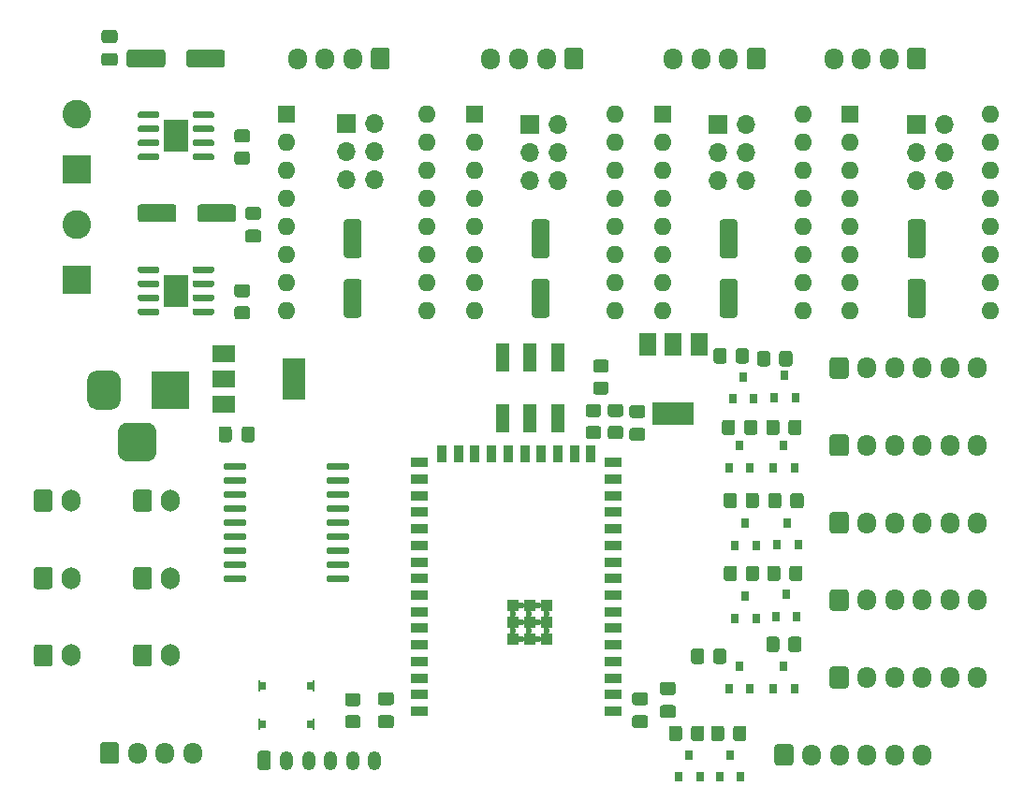
<source format=gts>
G04 #@! TF.GenerationSoftware,KiCad,Pcbnew,(5.1.9)-1*
G04 #@! TF.CreationDate,2021-04-30T00:53:10-05:00*
G04 #@! TF.ProjectId,A4,41342e6b-6963-4616-945f-706362585858,rev?*
G04 #@! TF.SameCoordinates,Original*
G04 #@! TF.FileFunction,Soldermask,Top*
G04 #@! TF.FilePolarity,Negative*
%FSLAX46Y46*%
G04 Gerber Fmt 4.6, Leading zero omitted, Abs format (unit mm)*
G04 Created by KiCad (PCBNEW (5.1.9)-1) date 2021-04-30 00:53:10*
%MOMM*%
%LPD*%
G01*
G04 APERTURE LIST*
%ADD10O,1.700000X1.950000*%
%ADD11R,3.500000X3.500000*%
%ADD12R,1.500000X2.000000*%
%ADD13R,3.800000X2.000000*%
%ADD14R,2.290000X3.000000*%
%ADD15C,0.600000*%
%ADD16R,1.100000X1.100000*%
%ADD17R,1.500000X0.900000*%
%ADD18R,0.900000X1.500000*%
%ADD19R,2.000000X1.500000*%
%ADD20R,2.000000X3.800000*%
%ADD21R,0.500000X0.700000*%
%ADD22R,0.200000X1.100000*%
%ADD23R,1.200000X2.500000*%
%ADD24R,0.800000X0.900000*%
%ADD25O,1.700000X2.000000*%
%ADD26O,1.700000X1.700000*%
%ADD27R,1.700000X1.700000*%
%ADD28O,1.200000X1.750000*%
%ADD29C,2.600000*%
%ADD30R,2.600000X2.600000*%
%ADD31O,1.600000X1.600000*%
%ADD32R,1.600000X1.600000*%
G04 APERTURE END LIST*
G36*
G01*
X186375000Y-100930000D02*
X186375000Y-101230000D01*
G75*
G02*
X186225000Y-101380000I-150000J0D01*
G01*
X184475000Y-101380000D01*
G75*
G02*
X184325000Y-101230000I0J150000D01*
G01*
X184325000Y-100930000D01*
G75*
G02*
X184475000Y-100780000I150000J0D01*
G01*
X186225000Y-100780000D01*
G75*
G02*
X186375000Y-100930000I0J-150000D01*
G01*
G37*
G36*
G01*
X186375000Y-99660000D02*
X186375000Y-99960000D01*
G75*
G02*
X186225000Y-100110000I-150000J0D01*
G01*
X184475000Y-100110000D01*
G75*
G02*
X184325000Y-99960000I0J150000D01*
G01*
X184325000Y-99660000D01*
G75*
G02*
X184475000Y-99510000I150000J0D01*
G01*
X186225000Y-99510000D01*
G75*
G02*
X186375000Y-99660000I0J-150000D01*
G01*
G37*
G36*
G01*
X186375000Y-98390000D02*
X186375000Y-98690000D01*
G75*
G02*
X186225000Y-98840000I-150000J0D01*
G01*
X184475000Y-98840000D01*
G75*
G02*
X184325000Y-98690000I0J150000D01*
G01*
X184325000Y-98390000D01*
G75*
G02*
X184475000Y-98240000I150000J0D01*
G01*
X186225000Y-98240000D01*
G75*
G02*
X186375000Y-98390000I0J-150000D01*
G01*
G37*
G36*
G01*
X186375000Y-97120000D02*
X186375000Y-97420000D01*
G75*
G02*
X186225000Y-97570000I-150000J0D01*
G01*
X184475000Y-97570000D01*
G75*
G02*
X184325000Y-97420000I0J150000D01*
G01*
X184325000Y-97120000D01*
G75*
G02*
X184475000Y-96970000I150000J0D01*
G01*
X186225000Y-96970000D01*
G75*
G02*
X186375000Y-97120000I0J-150000D01*
G01*
G37*
G36*
G01*
X186375000Y-95850000D02*
X186375000Y-96150000D01*
G75*
G02*
X186225000Y-96300000I-150000J0D01*
G01*
X184475000Y-96300000D01*
G75*
G02*
X184325000Y-96150000I0J150000D01*
G01*
X184325000Y-95850000D01*
G75*
G02*
X184475000Y-95700000I150000J0D01*
G01*
X186225000Y-95700000D01*
G75*
G02*
X186375000Y-95850000I0J-150000D01*
G01*
G37*
G36*
G01*
X186375000Y-94580000D02*
X186375000Y-94880000D01*
G75*
G02*
X186225000Y-95030000I-150000J0D01*
G01*
X184475000Y-95030000D01*
G75*
G02*
X184325000Y-94880000I0J150000D01*
G01*
X184325000Y-94580000D01*
G75*
G02*
X184475000Y-94430000I150000J0D01*
G01*
X186225000Y-94430000D01*
G75*
G02*
X186375000Y-94580000I0J-150000D01*
G01*
G37*
G36*
G01*
X186375000Y-93310000D02*
X186375000Y-93610000D01*
G75*
G02*
X186225000Y-93760000I-150000J0D01*
G01*
X184475000Y-93760000D01*
G75*
G02*
X184325000Y-93610000I0J150000D01*
G01*
X184325000Y-93310000D01*
G75*
G02*
X184475000Y-93160000I150000J0D01*
G01*
X186225000Y-93160000D01*
G75*
G02*
X186375000Y-93310000I0J-150000D01*
G01*
G37*
G36*
G01*
X186375000Y-92040000D02*
X186375000Y-92340000D01*
G75*
G02*
X186225000Y-92490000I-150000J0D01*
G01*
X184475000Y-92490000D01*
G75*
G02*
X184325000Y-92340000I0J150000D01*
G01*
X184325000Y-92040000D01*
G75*
G02*
X184475000Y-91890000I150000J0D01*
G01*
X186225000Y-91890000D01*
G75*
G02*
X186375000Y-92040000I0J-150000D01*
G01*
G37*
G36*
G01*
X186375000Y-90770000D02*
X186375000Y-91070000D01*
G75*
G02*
X186225000Y-91220000I-150000J0D01*
G01*
X184475000Y-91220000D01*
G75*
G02*
X184325000Y-91070000I0J150000D01*
G01*
X184325000Y-90770000D01*
G75*
G02*
X184475000Y-90620000I150000J0D01*
G01*
X186225000Y-90620000D01*
G75*
G02*
X186375000Y-90770000I0J-150000D01*
G01*
G37*
G36*
G01*
X195675000Y-90770000D02*
X195675000Y-91070000D01*
G75*
G02*
X195525000Y-91220000I-150000J0D01*
G01*
X193775000Y-91220000D01*
G75*
G02*
X193625000Y-91070000I0J150000D01*
G01*
X193625000Y-90770000D01*
G75*
G02*
X193775000Y-90620000I150000J0D01*
G01*
X195525000Y-90620000D01*
G75*
G02*
X195675000Y-90770000I0J-150000D01*
G01*
G37*
G36*
G01*
X195675000Y-92040000D02*
X195675000Y-92340000D01*
G75*
G02*
X195525000Y-92490000I-150000J0D01*
G01*
X193775000Y-92490000D01*
G75*
G02*
X193625000Y-92340000I0J150000D01*
G01*
X193625000Y-92040000D01*
G75*
G02*
X193775000Y-91890000I150000J0D01*
G01*
X195525000Y-91890000D01*
G75*
G02*
X195675000Y-92040000I0J-150000D01*
G01*
G37*
G36*
G01*
X195675000Y-93310000D02*
X195675000Y-93610000D01*
G75*
G02*
X195525000Y-93760000I-150000J0D01*
G01*
X193775000Y-93760000D01*
G75*
G02*
X193625000Y-93610000I0J150000D01*
G01*
X193625000Y-93310000D01*
G75*
G02*
X193775000Y-93160000I150000J0D01*
G01*
X195525000Y-93160000D01*
G75*
G02*
X195675000Y-93310000I0J-150000D01*
G01*
G37*
G36*
G01*
X195675000Y-94580000D02*
X195675000Y-94880000D01*
G75*
G02*
X195525000Y-95030000I-150000J0D01*
G01*
X193775000Y-95030000D01*
G75*
G02*
X193625000Y-94880000I0J150000D01*
G01*
X193625000Y-94580000D01*
G75*
G02*
X193775000Y-94430000I150000J0D01*
G01*
X195525000Y-94430000D01*
G75*
G02*
X195675000Y-94580000I0J-150000D01*
G01*
G37*
G36*
G01*
X195675000Y-95850000D02*
X195675000Y-96150000D01*
G75*
G02*
X195525000Y-96300000I-150000J0D01*
G01*
X193775000Y-96300000D01*
G75*
G02*
X193625000Y-96150000I0J150000D01*
G01*
X193625000Y-95850000D01*
G75*
G02*
X193775000Y-95700000I150000J0D01*
G01*
X195525000Y-95700000D01*
G75*
G02*
X195675000Y-95850000I0J-150000D01*
G01*
G37*
G36*
G01*
X195675000Y-97120000D02*
X195675000Y-97420000D01*
G75*
G02*
X195525000Y-97570000I-150000J0D01*
G01*
X193775000Y-97570000D01*
G75*
G02*
X193625000Y-97420000I0J150000D01*
G01*
X193625000Y-97120000D01*
G75*
G02*
X193775000Y-96970000I150000J0D01*
G01*
X195525000Y-96970000D01*
G75*
G02*
X195675000Y-97120000I0J-150000D01*
G01*
G37*
G36*
G01*
X195675000Y-98390000D02*
X195675000Y-98690000D01*
G75*
G02*
X195525000Y-98840000I-150000J0D01*
G01*
X193775000Y-98840000D01*
G75*
G02*
X193625000Y-98690000I0J150000D01*
G01*
X193625000Y-98390000D01*
G75*
G02*
X193775000Y-98240000I150000J0D01*
G01*
X195525000Y-98240000D01*
G75*
G02*
X195675000Y-98390000I0J-150000D01*
G01*
G37*
G36*
G01*
X195675000Y-99660000D02*
X195675000Y-99960000D01*
G75*
G02*
X195525000Y-100110000I-150000J0D01*
G01*
X193775000Y-100110000D01*
G75*
G02*
X193625000Y-99960000I0J150000D01*
G01*
X193625000Y-99660000D01*
G75*
G02*
X193775000Y-99510000I150000J0D01*
G01*
X195525000Y-99510000D01*
G75*
G02*
X195675000Y-99660000I0J-150000D01*
G01*
G37*
G36*
G01*
X195675000Y-100930000D02*
X195675000Y-101230000D01*
G75*
G02*
X195525000Y-101380000I-150000J0D01*
G01*
X193775000Y-101380000D01*
G75*
G02*
X193625000Y-101230000I0J150000D01*
G01*
X193625000Y-100930000D01*
G75*
G02*
X193775000Y-100780000I150000J0D01*
G01*
X195525000Y-100780000D01*
G75*
G02*
X195675000Y-100930000I0J-150000D01*
G01*
G37*
D10*
X181500000Y-116840000D03*
X179000000Y-116840000D03*
X176500000Y-116840000D03*
G36*
G01*
X173150000Y-117565000D02*
X173150000Y-116115000D01*
G75*
G02*
X173400000Y-115865000I250000J0D01*
G01*
X174600000Y-115865000D01*
G75*
G02*
X174850000Y-116115000I0J-250000D01*
G01*
X174850000Y-117565000D01*
G75*
G02*
X174600000Y-117815000I-250000J0D01*
G01*
X173400000Y-117815000D01*
G75*
G02*
X173150000Y-117565000I0J250000D01*
G01*
G37*
G36*
G01*
X221267000Y-87423500D02*
X222217000Y-87423500D01*
G75*
G02*
X222467000Y-87673500I0J-250000D01*
G01*
X222467000Y-88348500D01*
G75*
G02*
X222217000Y-88598500I-250000J0D01*
G01*
X221267000Y-88598500D01*
G75*
G02*
X221017000Y-88348500I0J250000D01*
G01*
X221017000Y-87673500D01*
G75*
G02*
X221267000Y-87423500I250000J0D01*
G01*
G37*
G36*
G01*
X221267000Y-85348500D02*
X222217000Y-85348500D01*
G75*
G02*
X222467000Y-85598500I0J-250000D01*
G01*
X222467000Y-86273500D01*
G75*
G02*
X222217000Y-86523500I-250000J0D01*
G01*
X221267000Y-86523500D01*
G75*
G02*
X221017000Y-86273500I0J250000D01*
G01*
X221017000Y-85598500D01*
G75*
G02*
X221267000Y-85348500I250000J0D01*
G01*
G37*
G36*
G01*
X174750000Y-89575000D02*
X174750000Y-87825000D01*
G75*
G02*
X175625000Y-86950000I875000J0D01*
G01*
X177375000Y-86950000D01*
G75*
G02*
X178250000Y-87825000I0J-875000D01*
G01*
X178250000Y-89575000D01*
G75*
G02*
X177375000Y-90450000I-875000J0D01*
G01*
X175625000Y-90450000D01*
G75*
G02*
X174750000Y-89575000I0J875000D01*
G01*
G37*
G36*
G01*
X172000000Y-85000000D02*
X172000000Y-83000000D01*
G75*
G02*
X172750000Y-82250000I750000J0D01*
G01*
X174250000Y-82250000D01*
G75*
G02*
X175000000Y-83000000I0J-750000D01*
G01*
X175000000Y-85000000D01*
G75*
G02*
X174250000Y-85750000I-750000J0D01*
G01*
X172750000Y-85750000D01*
G75*
G02*
X172000000Y-85000000I0J750000D01*
G01*
G37*
D11*
X179500000Y-84000000D03*
D12*
X227300000Y-79850000D03*
X222700000Y-79850000D03*
X225000000Y-79850000D03*
D13*
X225000000Y-86150000D03*
D14*
X180000000Y-75000000D03*
G36*
G01*
X178500000Y-76755000D02*
X178500000Y-77055000D01*
G75*
G02*
X178350000Y-77205000I-150000J0D01*
G01*
X176700000Y-77205000D01*
G75*
G02*
X176550000Y-77055000I0J150000D01*
G01*
X176550000Y-76755000D01*
G75*
G02*
X176700000Y-76605000I150000J0D01*
G01*
X178350000Y-76605000D01*
G75*
G02*
X178500000Y-76755000I0J-150000D01*
G01*
G37*
G36*
G01*
X178500000Y-75485000D02*
X178500000Y-75785000D01*
G75*
G02*
X178350000Y-75935000I-150000J0D01*
G01*
X176700000Y-75935000D01*
G75*
G02*
X176550000Y-75785000I0J150000D01*
G01*
X176550000Y-75485000D01*
G75*
G02*
X176700000Y-75335000I150000J0D01*
G01*
X178350000Y-75335000D01*
G75*
G02*
X178500000Y-75485000I0J-150000D01*
G01*
G37*
G36*
G01*
X178500000Y-74215000D02*
X178500000Y-74515000D01*
G75*
G02*
X178350000Y-74665000I-150000J0D01*
G01*
X176700000Y-74665000D01*
G75*
G02*
X176550000Y-74515000I0J150000D01*
G01*
X176550000Y-74215000D01*
G75*
G02*
X176700000Y-74065000I150000J0D01*
G01*
X178350000Y-74065000D01*
G75*
G02*
X178500000Y-74215000I0J-150000D01*
G01*
G37*
G36*
G01*
X178500000Y-72945000D02*
X178500000Y-73245000D01*
G75*
G02*
X178350000Y-73395000I-150000J0D01*
G01*
X176700000Y-73395000D01*
G75*
G02*
X176550000Y-73245000I0J150000D01*
G01*
X176550000Y-72945000D01*
G75*
G02*
X176700000Y-72795000I150000J0D01*
G01*
X178350000Y-72795000D01*
G75*
G02*
X178500000Y-72945000I0J-150000D01*
G01*
G37*
G36*
G01*
X183450000Y-72945000D02*
X183450000Y-73245000D01*
G75*
G02*
X183300000Y-73395000I-150000J0D01*
G01*
X181650000Y-73395000D01*
G75*
G02*
X181500000Y-73245000I0J150000D01*
G01*
X181500000Y-72945000D01*
G75*
G02*
X181650000Y-72795000I150000J0D01*
G01*
X183300000Y-72795000D01*
G75*
G02*
X183450000Y-72945000I0J-150000D01*
G01*
G37*
G36*
G01*
X183450000Y-74215000D02*
X183450000Y-74515000D01*
G75*
G02*
X183300000Y-74665000I-150000J0D01*
G01*
X181650000Y-74665000D01*
G75*
G02*
X181500000Y-74515000I0J150000D01*
G01*
X181500000Y-74215000D01*
G75*
G02*
X181650000Y-74065000I150000J0D01*
G01*
X183300000Y-74065000D01*
G75*
G02*
X183450000Y-74215000I0J-150000D01*
G01*
G37*
G36*
G01*
X183450000Y-75485000D02*
X183450000Y-75785000D01*
G75*
G02*
X183300000Y-75935000I-150000J0D01*
G01*
X181650000Y-75935000D01*
G75*
G02*
X181500000Y-75785000I0J150000D01*
G01*
X181500000Y-75485000D01*
G75*
G02*
X181650000Y-75335000I150000J0D01*
G01*
X183300000Y-75335000D01*
G75*
G02*
X183450000Y-75485000I0J-150000D01*
G01*
G37*
G36*
G01*
X183450000Y-76755000D02*
X183450000Y-77055000D01*
G75*
G02*
X183300000Y-77205000I-150000J0D01*
G01*
X181650000Y-77205000D01*
G75*
G02*
X181500000Y-77055000I0J150000D01*
G01*
X181500000Y-76755000D01*
G75*
G02*
X181650000Y-76605000I150000J0D01*
G01*
X183300000Y-76605000D01*
G75*
G02*
X183450000Y-76755000I0J-150000D01*
G01*
G37*
D15*
X211260000Y-103500000D03*
X210510000Y-104250000D03*
X210510000Y-105750000D03*
X213510000Y-105750000D03*
X213510000Y-104250000D03*
X212760000Y-103500000D03*
X211960000Y-104250000D03*
X212760000Y-105000000D03*
X211960000Y-105750000D03*
X211260000Y-105000000D03*
X211260000Y-106500000D03*
X212760000Y-106500000D03*
D16*
X210500000Y-103500000D03*
X212000000Y-103500000D03*
X213500000Y-103500000D03*
X213500000Y-105000000D03*
X213500000Y-106500000D03*
X212000000Y-106500000D03*
X210500000Y-106500000D03*
X210500000Y-105000000D03*
X212000000Y-105000000D03*
D17*
X202060000Y-113050000D03*
X202060000Y-111550000D03*
X202060000Y-110050000D03*
X202060000Y-108550000D03*
X202060000Y-107050000D03*
X202060000Y-105550000D03*
X202060000Y-104050000D03*
X202060000Y-102550000D03*
X202060000Y-101050000D03*
X202060000Y-99550000D03*
X202060000Y-98050000D03*
X202060000Y-96550000D03*
X202060000Y-95050000D03*
X202060000Y-93550000D03*
X202060000Y-92050000D03*
X202060000Y-90550000D03*
D18*
X204060000Y-89800000D03*
X205560000Y-89800000D03*
X207060000Y-89800000D03*
X208560000Y-89800000D03*
X210060000Y-89800000D03*
X211560000Y-89800000D03*
X213060000Y-89800000D03*
X214560000Y-89800000D03*
X216060000Y-89800000D03*
X217560000Y-89800000D03*
D17*
X219560000Y-113050000D03*
X219560000Y-111550000D03*
X219560000Y-110050000D03*
X219560000Y-108550000D03*
X219560000Y-107050000D03*
X219560000Y-105550000D03*
X219560000Y-104050000D03*
X219560000Y-102550000D03*
X219560000Y-101050000D03*
X219560000Y-99550000D03*
X219560000Y-98050000D03*
X219560000Y-96550000D03*
X219560000Y-95050000D03*
X219560000Y-93550000D03*
X219560000Y-92050000D03*
X219560000Y-90550000D03*
D14*
X180000000Y-61000000D03*
G36*
G01*
X178500000Y-62755000D02*
X178500000Y-63055000D01*
G75*
G02*
X178350000Y-63205000I-150000J0D01*
G01*
X176700000Y-63205000D01*
G75*
G02*
X176550000Y-63055000I0J150000D01*
G01*
X176550000Y-62755000D01*
G75*
G02*
X176700000Y-62605000I150000J0D01*
G01*
X178350000Y-62605000D01*
G75*
G02*
X178500000Y-62755000I0J-150000D01*
G01*
G37*
G36*
G01*
X178500000Y-61485000D02*
X178500000Y-61785000D01*
G75*
G02*
X178350000Y-61935000I-150000J0D01*
G01*
X176700000Y-61935000D01*
G75*
G02*
X176550000Y-61785000I0J150000D01*
G01*
X176550000Y-61485000D01*
G75*
G02*
X176700000Y-61335000I150000J0D01*
G01*
X178350000Y-61335000D01*
G75*
G02*
X178500000Y-61485000I0J-150000D01*
G01*
G37*
G36*
G01*
X178500000Y-60215000D02*
X178500000Y-60515000D01*
G75*
G02*
X178350000Y-60665000I-150000J0D01*
G01*
X176700000Y-60665000D01*
G75*
G02*
X176550000Y-60515000I0J150000D01*
G01*
X176550000Y-60215000D01*
G75*
G02*
X176700000Y-60065000I150000J0D01*
G01*
X178350000Y-60065000D01*
G75*
G02*
X178500000Y-60215000I0J-150000D01*
G01*
G37*
G36*
G01*
X178500000Y-58945000D02*
X178500000Y-59245000D01*
G75*
G02*
X178350000Y-59395000I-150000J0D01*
G01*
X176700000Y-59395000D01*
G75*
G02*
X176550000Y-59245000I0J150000D01*
G01*
X176550000Y-58945000D01*
G75*
G02*
X176700000Y-58795000I150000J0D01*
G01*
X178350000Y-58795000D01*
G75*
G02*
X178500000Y-58945000I0J-150000D01*
G01*
G37*
G36*
G01*
X183450000Y-58945000D02*
X183450000Y-59245000D01*
G75*
G02*
X183300000Y-59395000I-150000J0D01*
G01*
X181650000Y-59395000D01*
G75*
G02*
X181500000Y-59245000I0J150000D01*
G01*
X181500000Y-58945000D01*
G75*
G02*
X181650000Y-58795000I150000J0D01*
G01*
X183300000Y-58795000D01*
G75*
G02*
X183450000Y-58945000I0J-150000D01*
G01*
G37*
G36*
G01*
X183450000Y-60215000D02*
X183450000Y-60515000D01*
G75*
G02*
X183300000Y-60665000I-150000J0D01*
G01*
X181650000Y-60665000D01*
G75*
G02*
X181500000Y-60515000I0J150000D01*
G01*
X181500000Y-60215000D01*
G75*
G02*
X181650000Y-60065000I150000J0D01*
G01*
X183300000Y-60065000D01*
G75*
G02*
X183450000Y-60215000I0J-150000D01*
G01*
G37*
G36*
G01*
X183450000Y-61485000D02*
X183450000Y-61785000D01*
G75*
G02*
X183300000Y-61935000I-150000J0D01*
G01*
X181650000Y-61935000D01*
G75*
G02*
X181500000Y-61785000I0J150000D01*
G01*
X181500000Y-61485000D01*
G75*
G02*
X181650000Y-61335000I150000J0D01*
G01*
X183300000Y-61335000D01*
G75*
G02*
X183450000Y-61485000I0J-150000D01*
G01*
G37*
G36*
G01*
X183450000Y-62755000D02*
X183450000Y-63055000D01*
G75*
G02*
X183300000Y-63205000I-150000J0D01*
G01*
X181650000Y-63205000D01*
G75*
G02*
X181500000Y-63055000I0J150000D01*
G01*
X181500000Y-62755000D01*
G75*
G02*
X181650000Y-62605000I150000J0D01*
G01*
X183300000Y-62605000D01*
G75*
G02*
X183450000Y-62755000I0J-150000D01*
G01*
G37*
D19*
X184350000Y-80700000D03*
X184350000Y-85300000D03*
X184350000Y-83000000D03*
D20*
X190650000Y-83000000D03*
D21*
X187875000Y-110750000D03*
X192125000Y-110750000D03*
X187875000Y-114250000D03*
X192125000Y-114250000D03*
D22*
X187525000Y-114250000D03*
X192475000Y-110750000D03*
X187525000Y-110750000D03*
X192475000Y-114250000D03*
D23*
X214550000Y-81026000D03*
X212050000Y-81026000D03*
X209550000Y-81026000D03*
X209550000Y-86526000D03*
X212050000Y-86526000D03*
X214550000Y-86526000D03*
G36*
G01*
X226603000Y-115512001D02*
X226603000Y-114611999D01*
G75*
G02*
X226852999Y-114362000I249999J0D01*
G01*
X227553001Y-114362000D01*
G75*
G02*
X227803000Y-114611999I0J-249999D01*
G01*
X227803000Y-115512001D01*
G75*
G02*
X227553001Y-115762000I-249999J0D01*
G01*
X226852999Y-115762000D01*
G75*
G02*
X226603000Y-115512001I0J249999D01*
G01*
G37*
G36*
G01*
X224603000Y-115512001D02*
X224603000Y-114611999D01*
G75*
G02*
X224852999Y-114362000I249999J0D01*
G01*
X225553001Y-114362000D01*
G75*
G02*
X225803000Y-114611999I0J-249999D01*
G01*
X225803000Y-115512001D01*
G75*
G02*
X225553001Y-115762000I-249999J0D01*
G01*
X224852999Y-115762000D01*
G75*
G02*
X224603000Y-115512001I0J249999D01*
G01*
G37*
G36*
G01*
X231556000Y-101034001D02*
X231556000Y-100133999D01*
G75*
G02*
X231805999Y-99884000I249999J0D01*
G01*
X232506001Y-99884000D01*
G75*
G02*
X232756000Y-100133999I0J-249999D01*
G01*
X232756000Y-101034001D01*
G75*
G02*
X232506001Y-101284000I-249999J0D01*
G01*
X231805999Y-101284000D01*
G75*
G02*
X231556000Y-101034001I0J249999D01*
G01*
G37*
G36*
G01*
X229556000Y-101034001D02*
X229556000Y-100133999D01*
G75*
G02*
X229805999Y-99884000I249999J0D01*
G01*
X230506001Y-99884000D01*
G75*
G02*
X230756000Y-100133999I0J-249999D01*
G01*
X230756000Y-101034001D01*
G75*
G02*
X230506001Y-101284000I-249999J0D01*
G01*
X229805999Y-101284000D01*
G75*
G02*
X229556000Y-101034001I0J249999D01*
G01*
G37*
G36*
G01*
X230413000Y-115512001D02*
X230413000Y-114611999D01*
G75*
G02*
X230662999Y-114362000I249999J0D01*
G01*
X231363001Y-114362000D01*
G75*
G02*
X231613000Y-114611999I0J-249999D01*
G01*
X231613000Y-115512001D01*
G75*
G02*
X231363001Y-115762000I-249999J0D01*
G01*
X230662999Y-115762000D01*
G75*
G02*
X230413000Y-115512001I0J249999D01*
G01*
G37*
G36*
G01*
X228413000Y-115512001D02*
X228413000Y-114611999D01*
G75*
G02*
X228662999Y-114362000I249999J0D01*
G01*
X229363001Y-114362000D01*
G75*
G02*
X229613000Y-114611999I0J-249999D01*
G01*
X229613000Y-115512001D01*
G75*
G02*
X229363001Y-115762000I-249999J0D01*
G01*
X228662999Y-115762000D01*
G75*
G02*
X228413000Y-115512001I0J249999D01*
G01*
G37*
G36*
G01*
X235493000Y-101034001D02*
X235493000Y-100133999D01*
G75*
G02*
X235742999Y-99884000I249999J0D01*
G01*
X236443001Y-99884000D01*
G75*
G02*
X236693000Y-100133999I0J-249999D01*
G01*
X236693000Y-101034001D01*
G75*
G02*
X236443001Y-101284000I-249999J0D01*
G01*
X235742999Y-101284000D01*
G75*
G02*
X235493000Y-101034001I0J249999D01*
G01*
G37*
G36*
G01*
X233493000Y-101034001D02*
X233493000Y-100133999D01*
G75*
G02*
X233742999Y-99884000I249999J0D01*
G01*
X234443001Y-99884000D01*
G75*
G02*
X234693000Y-100133999I0J-249999D01*
G01*
X234693000Y-101034001D01*
G75*
G02*
X234443001Y-101284000I-249999J0D01*
G01*
X233742999Y-101284000D01*
G75*
G02*
X233493000Y-101034001I0J249999D01*
G01*
G37*
G36*
G01*
X231540000Y-94430001D02*
X231540000Y-93529999D01*
G75*
G02*
X231789999Y-93280000I249999J0D01*
G01*
X232490001Y-93280000D01*
G75*
G02*
X232740000Y-93529999I0J-249999D01*
G01*
X232740000Y-94430001D01*
G75*
G02*
X232490001Y-94680000I-249999J0D01*
G01*
X231789999Y-94680000D01*
G75*
G02*
X231540000Y-94430001I0J249999D01*
G01*
G37*
G36*
G01*
X229540000Y-94430001D02*
X229540000Y-93529999D01*
G75*
G02*
X229789999Y-93280000I249999J0D01*
G01*
X230490001Y-93280000D01*
G75*
G02*
X230740000Y-93529999I0J-249999D01*
G01*
X230740000Y-94430001D01*
G75*
G02*
X230490001Y-94680000I-249999J0D01*
G01*
X229789999Y-94680000D01*
G75*
G02*
X229540000Y-94430001I0J249999D01*
G01*
G37*
G36*
G01*
X228603000Y-108527001D02*
X228603000Y-107626999D01*
G75*
G02*
X228852999Y-107377000I249999J0D01*
G01*
X229553001Y-107377000D01*
G75*
G02*
X229803000Y-107626999I0J-249999D01*
G01*
X229803000Y-108527001D01*
G75*
G02*
X229553001Y-108777000I-249999J0D01*
G01*
X228852999Y-108777000D01*
G75*
G02*
X228603000Y-108527001I0J249999D01*
G01*
G37*
G36*
G01*
X226603000Y-108527001D02*
X226603000Y-107626999D01*
G75*
G02*
X226852999Y-107377000I249999J0D01*
G01*
X227553001Y-107377000D01*
G75*
G02*
X227803000Y-107626999I0J-249999D01*
G01*
X227803000Y-108527001D01*
G75*
G02*
X227553001Y-108777000I-249999J0D01*
G01*
X226852999Y-108777000D01*
G75*
G02*
X226603000Y-108527001I0J249999D01*
G01*
G37*
G36*
G01*
X235588000Y-94450001D02*
X235588000Y-93549999D01*
G75*
G02*
X235837999Y-93300000I249999J0D01*
G01*
X236538001Y-93300000D01*
G75*
G02*
X236788000Y-93549999I0J-249999D01*
G01*
X236788000Y-94450001D01*
G75*
G02*
X236538001Y-94700000I-249999J0D01*
G01*
X235837999Y-94700000D01*
G75*
G02*
X235588000Y-94450001I0J249999D01*
G01*
G37*
G36*
G01*
X233588000Y-94450001D02*
X233588000Y-93549999D01*
G75*
G02*
X233837999Y-93300000I249999J0D01*
G01*
X234538001Y-93300000D01*
G75*
G02*
X234788000Y-93549999I0J-249999D01*
G01*
X234788000Y-94450001D01*
G75*
G02*
X234538001Y-94700000I-249999J0D01*
G01*
X233837999Y-94700000D01*
G75*
G02*
X233588000Y-94450001I0J249999D01*
G01*
G37*
G36*
G01*
X235400000Y-107450001D02*
X235400000Y-106549999D01*
G75*
G02*
X235649999Y-106300000I249999J0D01*
G01*
X236350001Y-106300000D01*
G75*
G02*
X236600000Y-106549999I0J-249999D01*
G01*
X236600000Y-107450001D01*
G75*
G02*
X236350001Y-107700000I-249999J0D01*
G01*
X235649999Y-107700000D01*
G75*
G02*
X235400000Y-107450001I0J249999D01*
G01*
G37*
G36*
G01*
X233400000Y-107450001D02*
X233400000Y-106549999D01*
G75*
G02*
X233649999Y-106300000I249999J0D01*
G01*
X234350001Y-106300000D01*
G75*
G02*
X234600000Y-106549999I0J-249999D01*
G01*
X234600000Y-107450001D01*
G75*
G02*
X234350001Y-107700000I-249999J0D01*
G01*
X233649999Y-107700000D01*
G75*
G02*
X233400000Y-107450001I0J249999D01*
G01*
G37*
G36*
G01*
X235400000Y-87826001D02*
X235400000Y-86925999D01*
G75*
G02*
X235649999Y-86676000I249999J0D01*
G01*
X236350001Y-86676000D01*
G75*
G02*
X236600000Y-86925999I0J-249999D01*
G01*
X236600000Y-87826001D01*
G75*
G02*
X236350001Y-88076000I-249999J0D01*
G01*
X235649999Y-88076000D01*
G75*
G02*
X235400000Y-87826001I0J249999D01*
G01*
G37*
G36*
G01*
X233400000Y-87826001D02*
X233400000Y-86925999D01*
G75*
G02*
X233649999Y-86676000I249999J0D01*
G01*
X234350001Y-86676000D01*
G75*
G02*
X234600000Y-86925999I0J-249999D01*
G01*
X234600000Y-87826001D01*
G75*
G02*
X234350001Y-88076000I-249999J0D01*
G01*
X233649999Y-88076000D01*
G75*
G02*
X233400000Y-87826001I0J249999D01*
G01*
G37*
G36*
G01*
X230635000Y-81349001D02*
X230635000Y-80448999D01*
G75*
G02*
X230884999Y-80199000I249999J0D01*
G01*
X231585001Y-80199000D01*
G75*
G02*
X231835000Y-80448999I0J-249999D01*
G01*
X231835000Y-81349001D01*
G75*
G02*
X231585001Y-81599000I-249999J0D01*
G01*
X230884999Y-81599000D01*
G75*
G02*
X230635000Y-81349001I0J249999D01*
G01*
G37*
G36*
G01*
X228635000Y-81349001D02*
X228635000Y-80448999D01*
G75*
G02*
X228884999Y-80199000I249999J0D01*
G01*
X229585001Y-80199000D01*
G75*
G02*
X229835000Y-80448999I0J-249999D01*
G01*
X229835000Y-81349001D01*
G75*
G02*
X229585001Y-81599000I-249999J0D01*
G01*
X228884999Y-81599000D01*
G75*
G02*
X228635000Y-81349001I0J249999D01*
G01*
G37*
G36*
G01*
X234572000Y-81603001D02*
X234572000Y-80702999D01*
G75*
G02*
X234821999Y-80453000I249999J0D01*
G01*
X235522001Y-80453000D01*
G75*
G02*
X235772000Y-80702999I0J-249999D01*
G01*
X235772000Y-81603001D01*
G75*
G02*
X235522001Y-81853000I-249999J0D01*
G01*
X234821999Y-81853000D01*
G75*
G02*
X234572000Y-81603001I0J249999D01*
G01*
G37*
G36*
G01*
X232572000Y-81603001D02*
X232572000Y-80702999D01*
G75*
G02*
X232821999Y-80453000I249999J0D01*
G01*
X233522001Y-80453000D01*
G75*
G02*
X233772000Y-80702999I0J-249999D01*
G01*
X233772000Y-81603001D01*
G75*
G02*
X233522001Y-81853000I-249999J0D01*
G01*
X232821999Y-81853000D01*
G75*
G02*
X232572000Y-81603001I0J249999D01*
G01*
G37*
G36*
G01*
X217989999Y-83220000D02*
X218890001Y-83220000D01*
G75*
G02*
X219140000Y-83469999I0J-249999D01*
G01*
X219140000Y-84170001D01*
G75*
G02*
X218890001Y-84420000I-249999J0D01*
G01*
X217989999Y-84420000D01*
G75*
G02*
X217740000Y-84170001I0J249999D01*
G01*
X217740000Y-83469999D01*
G75*
G02*
X217989999Y-83220000I249999J0D01*
G01*
G37*
G36*
G01*
X217989999Y-81220000D02*
X218890001Y-81220000D01*
G75*
G02*
X219140000Y-81469999I0J-249999D01*
G01*
X219140000Y-82170001D01*
G75*
G02*
X218890001Y-82420000I-249999J0D01*
G01*
X217989999Y-82420000D01*
G75*
G02*
X217740000Y-82170001I0J249999D01*
G01*
X217740000Y-81469999D01*
G75*
G02*
X217989999Y-81220000I249999J0D01*
G01*
G37*
G36*
G01*
X195549999Y-113400000D02*
X196450001Y-113400000D01*
G75*
G02*
X196700000Y-113649999I0J-249999D01*
G01*
X196700000Y-114350001D01*
G75*
G02*
X196450001Y-114600000I-249999J0D01*
G01*
X195549999Y-114600000D01*
G75*
G02*
X195300000Y-114350001I0J249999D01*
G01*
X195300000Y-113649999D01*
G75*
G02*
X195549999Y-113400000I249999J0D01*
G01*
G37*
G36*
G01*
X195549999Y-111400000D02*
X196450001Y-111400000D01*
G75*
G02*
X196700000Y-111649999I0J-249999D01*
G01*
X196700000Y-112350001D01*
G75*
G02*
X196450001Y-112600000I-249999J0D01*
G01*
X195549999Y-112600000D01*
G75*
G02*
X195300000Y-112350001I0J249999D01*
G01*
X195300000Y-111649999D01*
G75*
G02*
X195549999Y-111400000I249999J0D01*
G01*
G37*
G36*
G01*
X185549999Y-76400000D02*
X186450001Y-76400000D01*
G75*
G02*
X186700000Y-76649999I0J-249999D01*
G01*
X186700000Y-77350001D01*
G75*
G02*
X186450001Y-77600000I-249999J0D01*
G01*
X185549999Y-77600000D01*
G75*
G02*
X185300000Y-77350001I0J249999D01*
G01*
X185300000Y-76649999D01*
G75*
G02*
X185549999Y-76400000I249999J0D01*
G01*
G37*
G36*
G01*
X185549999Y-74400000D02*
X186450001Y-74400000D01*
G75*
G02*
X186700000Y-74649999I0J-249999D01*
G01*
X186700000Y-75350001D01*
G75*
G02*
X186450001Y-75600000I-249999J0D01*
G01*
X185549999Y-75600000D01*
G75*
G02*
X185300000Y-75350001I0J249999D01*
G01*
X185300000Y-74649999D01*
G75*
G02*
X185549999Y-74400000I249999J0D01*
G01*
G37*
G36*
G01*
X185549999Y-62400000D02*
X186450001Y-62400000D01*
G75*
G02*
X186700000Y-62649999I0J-249999D01*
G01*
X186700000Y-63350001D01*
G75*
G02*
X186450001Y-63600000I-249999J0D01*
G01*
X185549999Y-63600000D01*
G75*
G02*
X185300000Y-63350001I0J249999D01*
G01*
X185300000Y-62649999D01*
G75*
G02*
X185549999Y-62400000I249999J0D01*
G01*
G37*
G36*
G01*
X185549999Y-60400000D02*
X186450001Y-60400000D01*
G75*
G02*
X186700000Y-60649999I0J-249999D01*
G01*
X186700000Y-61350001D01*
G75*
G02*
X186450001Y-61600000I-249999J0D01*
G01*
X185549999Y-61600000D01*
G75*
G02*
X185300000Y-61350001I0J249999D01*
G01*
X185300000Y-60649999D01*
G75*
G02*
X185549999Y-60400000I249999J0D01*
G01*
G37*
G36*
G01*
X218219001Y-86440000D02*
X217318999Y-86440000D01*
G75*
G02*
X217069000Y-86190001I0J249999D01*
G01*
X217069000Y-85489999D01*
G75*
G02*
X217318999Y-85240000I249999J0D01*
G01*
X218219001Y-85240000D01*
G75*
G02*
X218469000Y-85489999I0J-249999D01*
G01*
X218469000Y-86190001D01*
G75*
G02*
X218219001Y-86440000I-249999J0D01*
G01*
G37*
G36*
G01*
X218219001Y-88440000D02*
X217318999Y-88440000D01*
G75*
G02*
X217069000Y-88190001I0J249999D01*
G01*
X217069000Y-87489999D01*
G75*
G02*
X217318999Y-87240000I249999J0D01*
G01*
X218219001Y-87240000D01*
G75*
G02*
X218469000Y-87489999I0J-249999D01*
G01*
X218469000Y-88190001D01*
G75*
G02*
X218219001Y-88440000I-249999J0D01*
G01*
G37*
G36*
G01*
X219318999Y-87240000D02*
X220219001Y-87240000D01*
G75*
G02*
X220469000Y-87489999I0J-249999D01*
G01*
X220469000Y-88190001D01*
G75*
G02*
X220219001Y-88440000I-249999J0D01*
G01*
X219318999Y-88440000D01*
G75*
G02*
X219069000Y-88190001I0J249999D01*
G01*
X219069000Y-87489999D01*
G75*
G02*
X219318999Y-87240000I249999J0D01*
G01*
G37*
G36*
G01*
X219318999Y-85240000D02*
X220219001Y-85240000D01*
G75*
G02*
X220469000Y-85489999I0J-249999D01*
G01*
X220469000Y-86190001D01*
G75*
G02*
X220219001Y-86440000I-249999J0D01*
G01*
X219318999Y-86440000D01*
G75*
G02*
X219069000Y-86190001I0J249999D01*
G01*
X219069000Y-85489999D01*
G75*
G02*
X219318999Y-85240000I249999J0D01*
G01*
G37*
G36*
G01*
X231400000Y-87826001D02*
X231400000Y-86925999D01*
G75*
G02*
X231649999Y-86676000I249999J0D01*
G01*
X232350001Y-86676000D01*
G75*
G02*
X232600000Y-86925999I0J-249999D01*
G01*
X232600000Y-87826001D01*
G75*
G02*
X232350001Y-88076000I-249999J0D01*
G01*
X231649999Y-88076000D01*
G75*
G02*
X231400000Y-87826001I0J249999D01*
G01*
G37*
G36*
G01*
X229400000Y-87826001D02*
X229400000Y-86925999D01*
G75*
G02*
X229649999Y-86676000I249999J0D01*
G01*
X230350001Y-86676000D01*
G75*
G02*
X230600000Y-86925999I0J-249999D01*
G01*
X230600000Y-87826001D01*
G75*
G02*
X230350001Y-88076000I-249999J0D01*
G01*
X229649999Y-88076000D01*
G75*
G02*
X229400000Y-87826001I0J249999D01*
G01*
G37*
D24*
X226441000Y-117000000D03*
X227391000Y-119000000D03*
X225491000Y-119000000D03*
X231521000Y-102632000D03*
X232471000Y-104632000D03*
X230571000Y-104632000D03*
X230124000Y-117000000D03*
X231074000Y-119000000D03*
X229174000Y-119000000D03*
X235204000Y-102505000D03*
X236154000Y-104505000D03*
X234254000Y-104505000D03*
X231521000Y-96028000D03*
X232471000Y-98028000D03*
X230571000Y-98028000D03*
X231000000Y-109000000D03*
X231950000Y-111000000D03*
X230050000Y-111000000D03*
X235331000Y-96000000D03*
X236281000Y-98000000D03*
X234381000Y-98000000D03*
X235000000Y-109000000D03*
X235950000Y-111000000D03*
X234050000Y-111000000D03*
X235000000Y-89000000D03*
X235950000Y-91000000D03*
X234050000Y-91000000D03*
X231328000Y-82804000D03*
X232278000Y-84804000D03*
X230378000Y-84804000D03*
X235077000Y-82677000D03*
X236027000Y-84677000D03*
X234127000Y-84677000D03*
X231000000Y-89000000D03*
X231950000Y-91000000D03*
X230050000Y-91000000D03*
D25*
X179500000Y-101000000D03*
G36*
G01*
X176150000Y-101750000D02*
X176150000Y-100250000D01*
G75*
G02*
X176400000Y-100000000I250000J0D01*
G01*
X177600000Y-100000000D01*
G75*
G02*
X177850000Y-100250000I0J-250000D01*
G01*
X177850000Y-101750000D01*
G75*
G02*
X177600000Y-102000000I-250000J0D01*
G01*
X176400000Y-102000000D01*
G75*
G02*
X176150000Y-101750000I0J250000D01*
G01*
G37*
X179500000Y-94000000D03*
G36*
G01*
X176150000Y-94750000D02*
X176150000Y-93250000D01*
G75*
G02*
X176400000Y-93000000I250000J0D01*
G01*
X177600000Y-93000000D01*
G75*
G02*
X177850000Y-93250000I0J-250000D01*
G01*
X177850000Y-94750000D01*
G75*
G02*
X177600000Y-95000000I-250000J0D01*
G01*
X176400000Y-95000000D01*
G75*
G02*
X176150000Y-94750000I0J250000D01*
G01*
G37*
D10*
X239500000Y-54000000D03*
X242000000Y-54000000D03*
X244500000Y-54000000D03*
G36*
G01*
X247850000Y-53275000D02*
X247850000Y-54725000D01*
G75*
G02*
X247600000Y-54975000I-250000J0D01*
G01*
X246400000Y-54975000D01*
G75*
G02*
X246150000Y-54725000I0J250000D01*
G01*
X246150000Y-53275000D01*
G75*
G02*
X246400000Y-53025000I250000J0D01*
G01*
X247600000Y-53025000D01*
G75*
G02*
X247850000Y-53275000I0J-250000D01*
G01*
G37*
X208500000Y-54000000D03*
X211000000Y-54000000D03*
X213500000Y-54000000D03*
G36*
G01*
X216850000Y-53275000D02*
X216850000Y-54725000D01*
G75*
G02*
X216600000Y-54975000I-250000J0D01*
G01*
X215400000Y-54975000D01*
G75*
G02*
X215150000Y-54725000I0J250000D01*
G01*
X215150000Y-53275000D01*
G75*
G02*
X215400000Y-53025000I250000J0D01*
G01*
X216600000Y-53025000D01*
G75*
G02*
X216850000Y-53275000I0J-250000D01*
G01*
G37*
D26*
X249540000Y-65080000D03*
X247000000Y-65080000D03*
X249540000Y-62540000D03*
X247000000Y-62540000D03*
X249540000Y-60000000D03*
D27*
X247000000Y-60000000D03*
D26*
X214540000Y-65080000D03*
X212000000Y-65080000D03*
X214540000Y-62540000D03*
X212000000Y-62540000D03*
X214540000Y-60000000D03*
D27*
X212000000Y-60000000D03*
D10*
X247500000Y-117000000D03*
X245000000Y-117000000D03*
X242500000Y-117000000D03*
X240000000Y-117000000D03*
X237500000Y-117000000D03*
G36*
G01*
X234150000Y-117725000D02*
X234150000Y-116275000D01*
G75*
G02*
X234400000Y-116025000I250000J0D01*
G01*
X235600000Y-116025000D01*
G75*
G02*
X235850000Y-116275000I0J-250000D01*
G01*
X235850000Y-117725000D01*
G75*
G02*
X235600000Y-117975000I-250000J0D01*
G01*
X234400000Y-117975000D01*
G75*
G02*
X234150000Y-117725000I0J250000D01*
G01*
G37*
X252500000Y-103000000D03*
X250000000Y-103000000D03*
X247500000Y-103000000D03*
X245000000Y-103000000D03*
X242500000Y-103000000D03*
G36*
G01*
X239150000Y-103725000D02*
X239150000Y-102275000D01*
G75*
G02*
X239400000Y-102025000I250000J0D01*
G01*
X240600000Y-102025000D01*
G75*
G02*
X240850000Y-102275000I0J-250000D01*
G01*
X240850000Y-103725000D01*
G75*
G02*
X240600000Y-103975000I-250000J0D01*
G01*
X239400000Y-103975000D01*
G75*
G02*
X239150000Y-103725000I0J250000D01*
G01*
G37*
D25*
X170500000Y-101000000D03*
G36*
G01*
X167150000Y-101750000D02*
X167150000Y-100250000D01*
G75*
G02*
X167400000Y-100000000I250000J0D01*
G01*
X168600000Y-100000000D01*
G75*
G02*
X168850000Y-100250000I0J-250000D01*
G01*
X168850000Y-101750000D01*
G75*
G02*
X168600000Y-102000000I-250000J0D01*
G01*
X167400000Y-102000000D01*
G75*
G02*
X167150000Y-101750000I0J250000D01*
G01*
G37*
D28*
X198000000Y-117500000D03*
X196000000Y-117500000D03*
X194000000Y-117500000D03*
X192000000Y-117500000D03*
X190000000Y-117500000D03*
G36*
G01*
X187400000Y-118125001D02*
X187400000Y-116874999D01*
G75*
G02*
X187649999Y-116625000I249999J0D01*
G01*
X188350001Y-116625000D01*
G75*
G02*
X188600000Y-116874999I0J-249999D01*
G01*
X188600000Y-118125001D01*
G75*
G02*
X188350001Y-118375000I-249999J0D01*
G01*
X187649999Y-118375000D01*
G75*
G02*
X187400000Y-118125001I0J249999D01*
G01*
G37*
D25*
X170500000Y-94000000D03*
G36*
G01*
X167150000Y-94750000D02*
X167150000Y-93250000D01*
G75*
G02*
X167400000Y-93000000I250000J0D01*
G01*
X168600000Y-93000000D01*
G75*
G02*
X168850000Y-93250000I0J-250000D01*
G01*
X168850000Y-94750000D01*
G75*
G02*
X168600000Y-95000000I-250000J0D01*
G01*
X167400000Y-95000000D01*
G75*
G02*
X167150000Y-94750000I0J250000D01*
G01*
G37*
D10*
X252500000Y-82000000D03*
X250000000Y-82000000D03*
X247500000Y-82000000D03*
X245000000Y-82000000D03*
X242500000Y-82000000D03*
G36*
G01*
X239150000Y-82725000D02*
X239150000Y-81275000D01*
G75*
G02*
X239400000Y-81025000I250000J0D01*
G01*
X240600000Y-81025000D01*
G75*
G02*
X240850000Y-81275000I0J-250000D01*
G01*
X240850000Y-82725000D01*
G75*
G02*
X240600000Y-82975000I-250000J0D01*
G01*
X239400000Y-82975000D01*
G75*
G02*
X239150000Y-82725000I0J250000D01*
G01*
G37*
X191000000Y-54000000D03*
X193500000Y-54000000D03*
X196000000Y-54000000D03*
G36*
G01*
X199350000Y-53275000D02*
X199350000Y-54725000D01*
G75*
G02*
X199100000Y-54975000I-250000J0D01*
G01*
X197900000Y-54975000D01*
G75*
G02*
X197650000Y-54725000I0J250000D01*
G01*
X197650000Y-53275000D01*
G75*
G02*
X197900000Y-53025000I250000J0D01*
G01*
X199100000Y-53025000D01*
G75*
G02*
X199350000Y-53275000I0J-250000D01*
G01*
G37*
X225000000Y-54000000D03*
X227500000Y-54000000D03*
X230000000Y-54000000D03*
G36*
G01*
X233350000Y-53275000D02*
X233350000Y-54725000D01*
G75*
G02*
X233100000Y-54975000I-250000J0D01*
G01*
X231900000Y-54975000D01*
G75*
G02*
X231650000Y-54725000I0J250000D01*
G01*
X231650000Y-53275000D01*
G75*
G02*
X231900000Y-53025000I250000J0D01*
G01*
X233100000Y-53025000D01*
G75*
G02*
X233350000Y-53275000I0J-250000D01*
G01*
G37*
D26*
X198000000Y-65000000D03*
X195460000Y-65000000D03*
X198000000Y-62460000D03*
X195460000Y-62460000D03*
X198000000Y-59920000D03*
D27*
X195460000Y-59920000D03*
D26*
X231540000Y-65080000D03*
X229000000Y-65080000D03*
X231540000Y-62540000D03*
X229000000Y-62540000D03*
X231540000Y-60000000D03*
D27*
X229000000Y-60000000D03*
D29*
X171000000Y-69000000D03*
D30*
X171000000Y-74000000D03*
D29*
X171000000Y-59000000D03*
D30*
X171000000Y-64000000D03*
D10*
X252500000Y-96000000D03*
X250000000Y-96000000D03*
X247500000Y-96000000D03*
X245000000Y-96000000D03*
X242500000Y-96000000D03*
G36*
G01*
X239150000Y-96725000D02*
X239150000Y-95275000D01*
G75*
G02*
X239400000Y-95025000I250000J0D01*
G01*
X240600000Y-95025000D01*
G75*
G02*
X240850000Y-95275000I0J-250000D01*
G01*
X240850000Y-96725000D01*
G75*
G02*
X240600000Y-96975000I-250000J0D01*
G01*
X239400000Y-96975000D01*
G75*
G02*
X239150000Y-96725000I0J250000D01*
G01*
G37*
X252500000Y-110000000D03*
X250000000Y-110000000D03*
X247500000Y-110000000D03*
X245000000Y-110000000D03*
X242500000Y-110000000D03*
G36*
G01*
X239150000Y-110725000D02*
X239150000Y-109275000D01*
G75*
G02*
X239400000Y-109025000I250000J0D01*
G01*
X240600000Y-109025000D01*
G75*
G02*
X240850000Y-109275000I0J-250000D01*
G01*
X240850000Y-110725000D01*
G75*
G02*
X240600000Y-110975000I-250000J0D01*
G01*
X239400000Y-110975000D01*
G75*
G02*
X239150000Y-110725000I0J250000D01*
G01*
G37*
D25*
X179500000Y-108000000D03*
G36*
G01*
X176150000Y-108750000D02*
X176150000Y-107250000D01*
G75*
G02*
X176400000Y-107000000I250000J0D01*
G01*
X177600000Y-107000000D01*
G75*
G02*
X177850000Y-107250000I0J-250000D01*
G01*
X177850000Y-108750000D01*
G75*
G02*
X177600000Y-109000000I-250000J0D01*
G01*
X176400000Y-109000000D01*
G75*
G02*
X176150000Y-108750000I0J250000D01*
G01*
G37*
D10*
X252500000Y-89000000D03*
X250000000Y-89000000D03*
X247500000Y-89000000D03*
X245000000Y-89000000D03*
X242500000Y-89000000D03*
G36*
G01*
X239150000Y-89725000D02*
X239150000Y-88275000D01*
G75*
G02*
X239400000Y-88025000I250000J0D01*
G01*
X240600000Y-88025000D01*
G75*
G02*
X240850000Y-88275000I0J-250000D01*
G01*
X240850000Y-89725000D01*
G75*
G02*
X240600000Y-89975000I-250000J0D01*
G01*
X239400000Y-89975000D01*
G75*
G02*
X239150000Y-89725000I0J250000D01*
G01*
G37*
D25*
X170500000Y-108000000D03*
G36*
G01*
X167150000Y-108750000D02*
X167150000Y-107250000D01*
G75*
G02*
X167400000Y-107000000I250000J0D01*
G01*
X168600000Y-107000000D01*
G75*
G02*
X168850000Y-107250000I0J-250000D01*
G01*
X168850000Y-108750000D01*
G75*
G02*
X168600000Y-109000000I-250000J0D01*
G01*
X167400000Y-109000000D01*
G75*
G02*
X167150000Y-108750000I0J250000D01*
G01*
G37*
G36*
G01*
X247550000Y-72050000D02*
X246450000Y-72050000D01*
G75*
G02*
X246200000Y-71800000I0J250000D01*
G01*
X246200000Y-68800000D01*
G75*
G02*
X246450000Y-68550000I250000J0D01*
G01*
X247550000Y-68550000D01*
G75*
G02*
X247800000Y-68800000I0J-250000D01*
G01*
X247800000Y-71800000D01*
G75*
G02*
X247550000Y-72050000I-250000J0D01*
G01*
G37*
G36*
G01*
X247550000Y-77450000D02*
X246450000Y-77450000D01*
G75*
G02*
X246200000Y-77200000I0J250000D01*
G01*
X246200000Y-74200000D01*
G75*
G02*
X246450000Y-73950000I250000J0D01*
G01*
X247550000Y-73950000D01*
G75*
G02*
X247800000Y-74200000I0J-250000D01*
G01*
X247800000Y-77200000D01*
G75*
G02*
X247550000Y-77450000I-250000J0D01*
G01*
G37*
G36*
G01*
X213550000Y-72050000D02*
X212450000Y-72050000D01*
G75*
G02*
X212200000Y-71800000I0J250000D01*
G01*
X212200000Y-68800000D01*
G75*
G02*
X212450000Y-68550000I250000J0D01*
G01*
X213550000Y-68550000D01*
G75*
G02*
X213800000Y-68800000I0J-250000D01*
G01*
X213800000Y-71800000D01*
G75*
G02*
X213550000Y-72050000I-250000J0D01*
G01*
G37*
G36*
G01*
X213550000Y-77450000D02*
X212450000Y-77450000D01*
G75*
G02*
X212200000Y-77200000I0J250000D01*
G01*
X212200000Y-74200000D01*
G75*
G02*
X212450000Y-73950000I250000J0D01*
G01*
X213550000Y-73950000D01*
G75*
G02*
X213800000Y-74200000I0J-250000D01*
G01*
X213800000Y-77200000D01*
G75*
G02*
X213550000Y-77450000I-250000J0D01*
G01*
G37*
G36*
G01*
X196550000Y-72050000D02*
X195450000Y-72050000D01*
G75*
G02*
X195200000Y-71800000I0J250000D01*
G01*
X195200000Y-68800000D01*
G75*
G02*
X195450000Y-68550000I250000J0D01*
G01*
X196550000Y-68550000D01*
G75*
G02*
X196800000Y-68800000I0J-250000D01*
G01*
X196800000Y-71800000D01*
G75*
G02*
X196550000Y-72050000I-250000J0D01*
G01*
G37*
G36*
G01*
X196550000Y-77450000D02*
X195450000Y-77450000D01*
G75*
G02*
X195200000Y-77200000I0J250000D01*
G01*
X195200000Y-74200000D01*
G75*
G02*
X195450000Y-73950000I250000J0D01*
G01*
X196550000Y-73950000D01*
G75*
G02*
X196800000Y-74200000I0J-250000D01*
G01*
X196800000Y-77200000D01*
G75*
G02*
X196550000Y-77450000I-250000J0D01*
G01*
G37*
G36*
G01*
X187475000Y-68587500D02*
X186525000Y-68587500D01*
G75*
G02*
X186275000Y-68337500I0J250000D01*
G01*
X186275000Y-67662500D01*
G75*
G02*
X186525000Y-67412500I250000J0D01*
G01*
X187475000Y-67412500D01*
G75*
G02*
X187725000Y-67662500I0J-250000D01*
G01*
X187725000Y-68337500D01*
G75*
G02*
X187475000Y-68587500I-250000J0D01*
G01*
G37*
G36*
G01*
X187475000Y-70662500D02*
X186525000Y-70662500D01*
G75*
G02*
X186275000Y-70412500I0J250000D01*
G01*
X186275000Y-69737500D01*
G75*
G02*
X186525000Y-69487500I250000J0D01*
G01*
X187475000Y-69487500D01*
G75*
G02*
X187725000Y-69737500I0J-250000D01*
G01*
X187725000Y-70412500D01*
G75*
G02*
X187475000Y-70662500I-250000J0D01*
G01*
G37*
G36*
G01*
X198525000Y-113412500D02*
X199475000Y-113412500D01*
G75*
G02*
X199725000Y-113662500I0J-250000D01*
G01*
X199725000Y-114337500D01*
G75*
G02*
X199475000Y-114587500I-250000J0D01*
G01*
X198525000Y-114587500D01*
G75*
G02*
X198275000Y-114337500I0J250000D01*
G01*
X198275000Y-113662500D01*
G75*
G02*
X198525000Y-113412500I250000J0D01*
G01*
G37*
G36*
G01*
X198525000Y-111337500D02*
X199475000Y-111337500D01*
G75*
G02*
X199725000Y-111587500I0J-250000D01*
G01*
X199725000Y-112262500D01*
G75*
G02*
X199475000Y-112512500I-250000J0D01*
G01*
X198525000Y-112512500D01*
G75*
G02*
X198275000Y-112262500I0J250000D01*
G01*
X198275000Y-111587500D01*
G75*
G02*
X198525000Y-111337500I250000J0D01*
G01*
G37*
G36*
G01*
X181950000Y-68550000D02*
X181950000Y-67450000D01*
G75*
G02*
X182200000Y-67200000I250000J0D01*
G01*
X185200000Y-67200000D01*
G75*
G02*
X185450000Y-67450000I0J-250000D01*
G01*
X185450000Y-68550000D01*
G75*
G02*
X185200000Y-68800000I-250000J0D01*
G01*
X182200000Y-68800000D01*
G75*
G02*
X181950000Y-68550000I0J250000D01*
G01*
G37*
G36*
G01*
X176550000Y-68550000D02*
X176550000Y-67450000D01*
G75*
G02*
X176800000Y-67200000I250000J0D01*
G01*
X179800000Y-67200000D01*
G75*
G02*
X180050000Y-67450000I0J-250000D01*
G01*
X180050000Y-68550000D01*
G75*
G02*
X179800000Y-68800000I-250000J0D01*
G01*
X176800000Y-68800000D01*
G75*
G02*
X176550000Y-68550000I0J250000D01*
G01*
G37*
G36*
G01*
X221525000Y-113412500D02*
X222475000Y-113412500D01*
G75*
G02*
X222725000Y-113662500I0J-250000D01*
G01*
X222725000Y-114337500D01*
G75*
G02*
X222475000Y-114587500I-250000J0D01*
G01*
X221525000Y-114587500D01*
G75*
G02*
X221275000Y-114337500I0J250000D01*
G01*
X221275000Y-113662500D01*
G75*
G02*
X221525000Y-113412500I250000J0D01*
G01*
G37*
G36*
G01*
X221525000Y-111337500D02*
X222475000Y-111337500D01*
G75*
G02*
X222725000Y-111587500I0J-250000D01*
G01*
X222725000Y-112262500D01*
G75*
G02*
X222475000Y-112512500I-250000J0D01*
G01*
X221525000Y-112512500D01*
G75*
G02*
X221275000Y-112262500I0J250000D01*
G01*
X221275000Y-111587500D01*
G75*
G02*
X221525000Y-111337500I250000J0D01*
G01*
G37*
G36*
G01*
X174475000Y-52587500D02*
X173525000Y-52587500D01*
G75*
G02*
X173275000Y-52337500I0J250000D01*
G01*
X173275000Y-51662500D01*
G75*
G02*
X173525000Y-51412500I250000J0D01*
G01*
X174475000Y-51412500D01*
G75*
G02*
X174725000Y-51662500I0J-250000D01*
G01*
X174725000Y-52337500D01*
G75*
G02*
X174475000Y-52587500I-250000J0D01*
G01*
G37*
G36*
G01*
X174475000Y-54662500D02*
X173525000Y-54662500D01*
G75*
G02*
X173275000Y-54412500I0J250000D01*
G01*
X173275000Y-53737500D01*
G75*
G02*
X173525000Y-53487500I250000J0D01*
G01*
X174475000Y-53487500D01*
G75*
G02*
X174725000Y-53737500I0J-250000D01*
G01*
X174725000Y-54412500D01*
G75*
G02*
X174475000Y-54662500I-250000J0D01*
G01*
G37*
G36*
G01*
X224025000Y-112487500D02*
X224975000Y-112487500D01*
G75*
G02*
X225225000Y-112737500I0J-250000D01*
G01*
X225225000Y-113412500D01*
G75*
G02*
X224975000Y-113662500I-250000J0D01*
G01*
X224025000Y-113662500D01*
G75*
G02*
X223775000Y-113412500I0J250000D01*
G01*
X223775000Y-112737500D01*
G75*
G02*
X224025000Y-112487500I250000J0D01*
G01*
G37*
G36*
G01*
X224025000Y-110412500D02*
X224975000Y-110412500D01*
G75*
G02*
X225225000Y-110662500I0J-250000D01*
G01*
X225225000Y-111337500D01*
G75*
G02*
X224975000Y-111587500I-250000J0D01*
G01*
X224025000Y-111587500D01*
G75*
G02*
X223775000Y-111337500I0J250000D01*
G01*
X223775000Y-110662500D01*
G75*
G02*
X224025000Y-110412500I250000J0D01*
G01*
G37*
G36*
G01*
X180950000Y-54550000D02*
X180950000Y-53450000D01*
G75*
G02*
X181200000Y-53200000I250000J0D01*
G01*
X184200000Y-53200000D01*
G75*
G02*
X184450000Y-53450000I0J-250000D01*
G01*
X184450000Y-54550000D01*
G75*
G02*
X184200000Y-54800000I-250000J0D01*
G01*
X181200000Y-54800000D01*
G75*
G02*
X180950000Y-54550000I0J250000D01*
G01*
G37*
G36*
G01*
X175550000Y-54550000D02*
X175550000Y-53450000D01*
G75*
G02*
X175800000Y-53200000I250000J0D01*
G01*
X178800000Y-53200000D01*
G75*
G02*
X179050000Y-53450000I0J-250000D01*
G01*
X179050000Y-54550000D01*
G75*
G02*
X178800000Y-54800000I-250000J0D01*
G01*
X175800000Y-54800000D01*
G75*
G02*
X175550000Y-54550000I0J250000D01*
G01*
G37*
G36*
G01*
X185950000Y-88475000D02*
X185950000Y-87525000D01*
G75*
G02*
X186200000Y-87275000I250000J0D01*
G01*
X186875000Y-87275000D01*
G75*
G02*
X187125000Y-87525000I0J-250000D01*
G01*
X187125000Y-88475000D01*
G75*
G02*
X186875000Y-88725000I-250000J0D01*
G01*
X186200000Y-88725000D01*
G75*
G02*
X185950000Y-88475000I0J250000D01*
G01*
G37*
G36*
G01*
X183875000Y-88475000D02*
X183875000Y-87525000D01*
G75*
G02*
X184125000Y-87275000I250000J0D01*
G01*
X184800000Y-87275000D01*
G75*
G02*
X185050000Y-87525000I0J-250000D01*
G01*
X185050000Y-88475000D01*
G75*
G02*
X184800000Y-88725000I-250000J0D01*
G01*
X184125000Y-88725000D01*
G75*
G02*
X183875000Y-88475000I0J250000D01*
G01*
G37*
G36*
G01*
X230550000Y-72050000D02*
X229450000Y-72050000D01*
G75*
G02*
X229200000Y-71800000I0J250000D01*
G01*
X229200000Y-68800000D01*
G75*
G02*
X229450000Y-68550000I250000J0D01*
G01*
X230550000Y-68550000D01*
G75*
G02*
X230800000Y-68800000I0J-250000D01*
G01*
X230800000Y-71800000D01*
G75*
G02*
X230550000Y-72050000I-250000J0D01*
G01*
G37*
G36*
G01*
X230550000Y-77450000D02*
X229450000Y-77450000D01*
G75*
G02*
X229200000Y-77200000I0J250000D01*
G01*
X229200000Y-74200000D01*
G75*
G02*
X229450000Y-73950000I250000J0D01*
G01*
X230550000Y-73950000D01*
G75*
G02*
X230800000Y-74200000I0J-250000D01*
G01*
X230800000Y-77200000D01*
G75*
G02*
X230550000Y-77450000I-250000J0D01*
G01*
G37*
D31*
X253700000Y-59000000D03*
X241000000Y-76780000D03*
X253700000Y-61540000D03*
X241000000Y-74240000D03*
X253700000Y-64080000D03*
X241000000Y-71700000D03*
X253700000Y-66620000D03*
X241000000Y-69160000D03*
X253700000Y-69160000D03*
X241000000Y-66620000D03*
X253700000Y-71700000D03*
X241000000Y-64080000D03*
X253700000Y-74240000D03*
X241000000Y-61540000D03*
X253700000Y-76780000D03*
D32*
X241000000Y-59000000D03*
D31*
X219700000Y-59000000D03*
X207000000Y-76780000D03*
X219700000Y-61540000D03*
X207000000Y-74240000D03*
X219700000Y-64080000D03*
X207000000Y-71700000D03*
X219700000Y-66620000D03*
X207000000Y-69160000D03*
X219700000Y-69160000D03*
X207000000Y-66620000D03*
X219700000Y-71700000D03*
X207000000Y-64080000D03*
X219700000Y-74240000D03*
X207000000Y-61540000D03*
X219700000Y-76780000D03*
D32*
X207000000Y-59000000D03*
D31*
X202700000Y-59000000D03*
X190000000Y-76780000D03*
X202700000Y-61540000D03*
X190000000Y-74240000D03*
X202700000Y-64080000D03*
X190000000Y-71700000D03*
X202700000Y-66620000D03*
X190000000Y-69160000D03*
X202700000Y-69160000D03*
X190000000Y-66620000D03*
X202700000Y-71700000D03*
X190000000Y-64080000D03*
X202700000Y-74240000D03*
X190000000Y-61540000D03*
X202700000Y-76780000D03*
D32*
X190000000Y-59000000D03*
D31*
X236700000Y-59000000D03*
X224000000Y-76780000D03*
X236700000Y-61540000D03*
X224000000Y-74240000D03*
X236700000Y-64080000D03*
X224000000Y-71700000D03*
X236700000Y-66620000D03*
X224000000Y-69160000D03*
X236700000Y-69160000D03*
X224000000Y-66620000D03*
X236700000Y-71700000D03*
X224000000Y-64080000D03*
X236700000Y-74240000D03*
X224000000Y-61540000D03*
X236700000Y-76780000D03*
D32*
X224000000Y-59000000D03*
M02*

</source>
